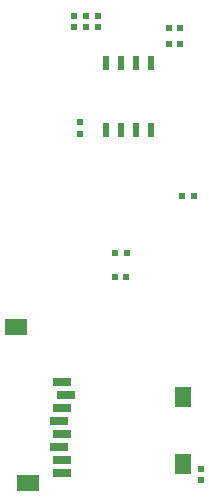
<source format=gbp>
G04 EAGLE Gerber RS-274X export*
G75*
%MOMM*%
%FSLAX34Y34*%
%LPD*%
%INSolderpaste Bottom*%
%IPPOS*%
%AMOC8*
5,1,8,0,0,1.08239X$1,22.5*%
G01*
%ADD10R,1.400000X1.800000*%
%ADD11R,1.900000X1.400000*%
%ADD12R,1.500000X0.800000*%
%ADD13R,0.600000X0.600000*%
%ADD14R,0.600000X1.200000*%


D10*
X161100Y160050D03*
X161100Y103050D03*
D11*
X29600Y87050D03*
X19600Y218550D03*
D12*
X58100Y171950D03*
X62100Y160950D03*
X58100Y149950D03*
X56100Y138950D03*
X58100Y127950D03*
X56100Y116950D03*
X58100Y105950D03*
X58100Y94950D03*
D13*
X175641Y88980D03*
X175641Y98980D03*
X158670Y458470D03*
X148670Y458470D03*
X158670Y472440D03*
X148670Y472440D03*
X102950Y261620D03*
X112950Y261620D03*
X68580Y472520D03*
X68580Y482520D03*
X78740Y482520D03*
X78740Y472520D03*
X103030Y281940D03*
X113030Y281940D03*
D14*
X133350Y386020D03*
X120650Y386020D03*
X107950Y386020D03*
X95250Y386020D03*
X95250Y442020D03*
X107950Y442020D03*
X120650Y442020D03*
X133350Y442020D03*
D13*
X73660Y382350D03*
X73660Y392350D03*
X88900Y472520D03*
X88900Y482520D03*
X160100Y330200D03*
X170100Y330200D03*
M02*

</source>
